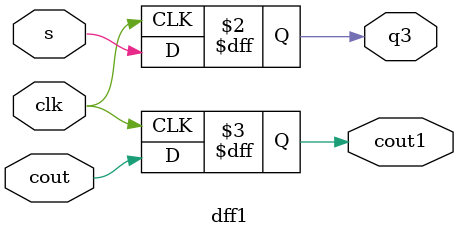
<source format=v>
module dff1 (s,cout,clk,q3,cout1);
   input s,clk,cout;
   output q3,cout1;
   wire clk;
   reg q3,cout1;
     	 
   always @ (posedge clk)
   begin
    q3 <= s;
    cout1 <= cout;
   
 end

endmodule

</source>
